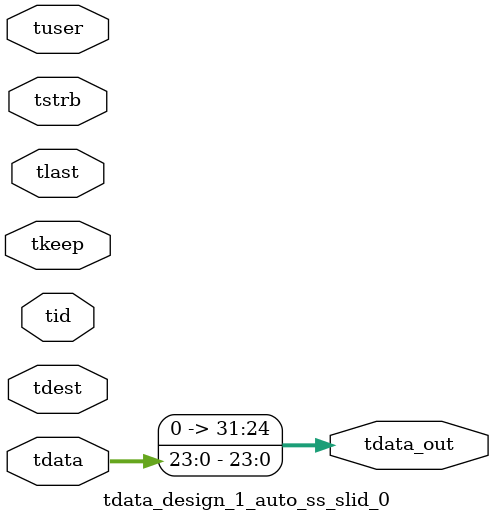
<source format=v>


`timescale 1ps/1ps

module tdata_design_1_auto_ss_slid_0 #
(
parameter C_S_AXIS_TDATA_WIDTH = 32,
parameter C_S_AXIS_TUSER_WIDTH = 0,
parameter C_S_AXIS_TID_WIDTH   = 0,
parameter C_S_AXIS_TDEST_WIDTH = 0,
parameter C_M_AXIS_TDATA_WIDTH = 32
)
(
input  [(C_S_AXIS_TDATA_WIDTH == 0 ? 1 : C_S_AXIS_TDATA_WIDTH)-1:0     ] tdata,
input  [(C_S_AXIS_TUSER_WIDTH == 0 ? 1 : C_S_AXIS_TUSER_WIDTH)-1:0     ] tuser,
input  [(C_S_AXIS_TID_WIDTH   == 0 ? 1 : C_S_AXIS_TID_WIDTH)-1:0       ] tid,
input  [(C_S_AXIS_TDEST_WIDTH == 0 ? 1 : C_S_AXIS_TDEST_WIDTH)-1:0     ] tdest,
input  [(C_S_AXIS_TDATA_WIDTH/8)-1:0 ] tkeep,
input  [(C_S_AXIS_TDATA_WIDTH/8)-1:0 ] tstrb,
input                                                                    tlast,
output [C_M_AXIS_TDATA_WIDTH-1:0] tdata_out
);

assign tdata_out = {tdata[23:0]};

endmodule


</source>
